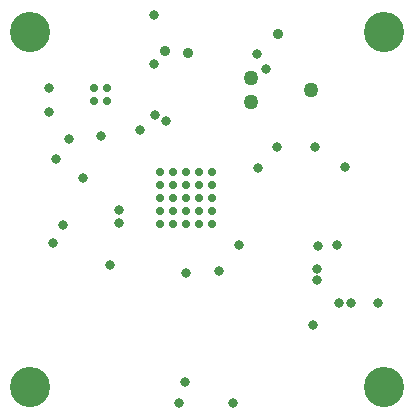
<source format=gbr>
%TF.GenerationSoftware,Altium Limited,Altium Designer,24.6.1 (21)*%
G04 Layer_Color=16711935*
%FSLAX45Y45*%
%MOMM*%
%TF.SameCoordinates,4B1D9C49-5ED8-45E5-B71D-261F0C762659*%
%TF.FilePolarity,Negative*%
%TF.FileFunction,Soldermask,Bot*%
%TF.Part,Single*%
G01*
G75*
%TA.AperFunction,ViaPad*%
%ADD67C,3.40320*%
%TA.AperFunction,ComponentPad*%
%ADD68C,1.27020*%
%TA.AperFunction,ViaPad*%
%ADD69C,0.80320*%
%ADD70C,0.90320*%
%ADD71C,0.70320*%
D67*
X8300000Y6300000D02*
D03*
Y9300000D02*
D03*
X11300000D02*
D03*
Y6300000D02*
D03*
D68*
X10171000Y8915100D02*
D03*
Y8711900D02*
D03*
X10679000Y8813500D02*
D03*
D69*
X10017500Y6162500D02*
D03*
X9560000Y6160000D02*
D03*
X9350000Y9030000D02*
D03*
Y9450000D02*
D03*
X9360000Y8600000D02*
D03*
X10710000Y8330000D02*
D03*
X10970000Y8160000D02*
D03*
X10390000Y8330000D02*
D03*
X8630000Y8400000D02*
D03*
X8520000Y8230000D02*
D03*
X8973757Y7327500D02*
D03*
X8492500Y7517500D02*
D03*
X8460000Y8630000D02*
D03*
X10920000Y7010000D02*
D03*
X11020000D02*
D03*
X10730000Y7300000D02*
D03*
Y7200000D02*
D03*
X10300000Y8990000D02*
D03*
X10220000Y9120000D02*
D03*
X10230000Y8150000D02*
D03*
X9050000Y7690000D02*
D03*
X9611250Y6341250D02*
D03*
X11250000Y7010000D02*
D03*
X10700000Y6820000D02*
D03*
X10740000Y7490000D02*
D03*
X10900000Y7500000D02*
D03*
X10070000D02*
D03*
X9620000Y7260000D02*
D03*
X9900000Y7280000D02*
D03*
X8580000Y7670000D02*
D03*
X8750000Y8070000D02*
D03*
X9230000Y8470000D02*
D03*
X8460000Y8830000D02*
D03*
X9450000Y8550000D02*
D03*
X8900000Y8420000D02*
D03*
X9057500Y7800000D02*
D03*
D70*
X9440000Y9140000D02*
D03*
X9640000Y9130000D02*
D03*
X10400000Y9290000D02*
D03*
D71*
X8845000Y8830000D02*
D03*
Y8720000D02*
D03*
X8955000D02*
D03*
Y8830000D02*
D03*
X9845000Y7680000D02*
D03*
X9735000D02*
D03*
X9625000D02*
D03*
X9515000D02*
D03*
X9405000D02*
D03*
X9845000Y7790000D02*
D03*
X9735000D02*
D03*
X9625000D02*
D03*
X9515000D02*
D03*
X9405000D02*
D03*
X9845000Y7900000D02*
D03*
X9735000D02*
D03*
X9625000D02*
D03*
X9515000D02*
D03*
X9405000D02*
D03*
X9845000Y8010000D02*
D03*
X9735000D02*
D03*
X9625000D02*
D03*
X9515000D02*
D03*
X9405000D02*
D03*
X9845000Y8120000D02*
D03*
X9735000D02*
D03*
X9625000D02*
D03*
X9515000D02*
D03*
X9405000D02*
D03*
%TF.MD5,6501746693fe1e7281cafefabe5a3fde*%
M02*

</source>
